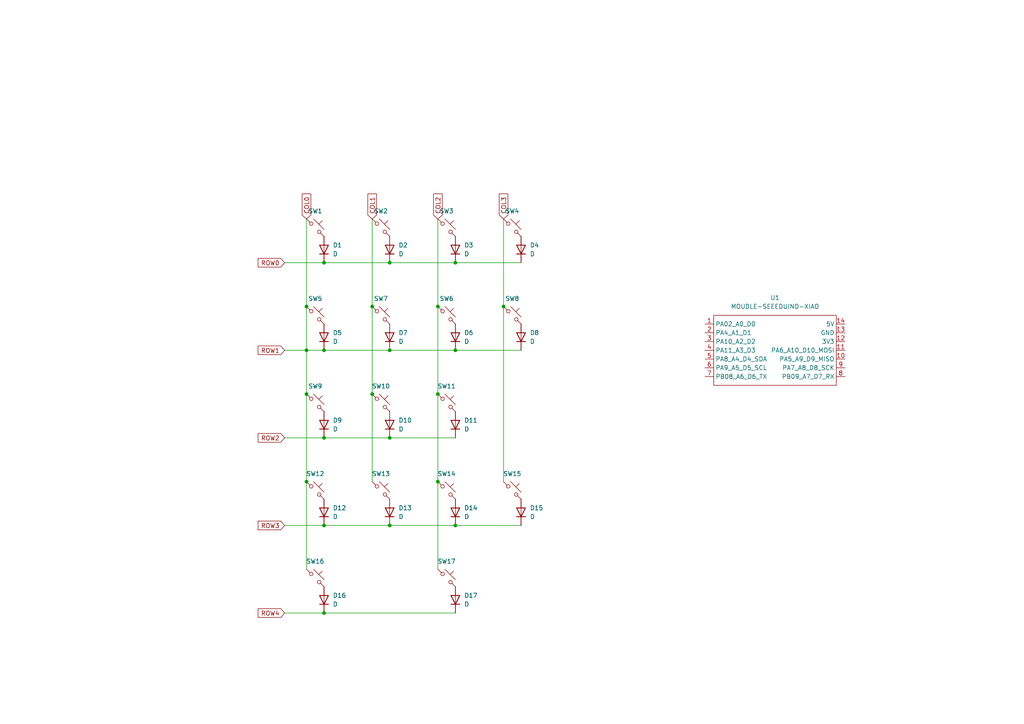
<source format=kicad_sch>
(kicad_sch (version 20231120) (generator "eeschema") (generator_version "8.0")
  (paper "A4")
  (lib_symbols
    (symbol "Device:D" (pin_numbers hide) (pin_names (offset 1.016) hide)
      (property "Reference" "D" (at 0 2.54 0))
      (property "Value" "D" (at 0 -2.54 0))
      (symbol "D_0_1"
        (polyline (pts (xy -1.27 1.27) (xy -1.27 -1.27)) (stroke (width 0.254)))
        (polyline (pts (xy 1.27 0) (xy -1.27 0)))
        (polyline (pts (xy 1.27 1.27) (xy 1.27 -1.27) (xy -1.27 0) (xy 1.27 1.27)) (stroke (width 0.254)))
      )
      (symbol "D_1_1"
        (pin passive line (at -3.81 0 0) (length 2.54) (name "K") (number "1"))
        (pin passive line (at 3.81 0 180) (length 2.54) (name "A") (number "2"))
      )
    )
    (symbol "MOUDLE-SEEEDUINO-XIAO:MOUDLE-SEEEDUINO-XIAO"
      (property "Reference" "U" (at -16.51 11.43 0))
      (property "Value" "MOUDLE-SEEEDUINO-XIAO" (at -3.81 -11.43 0))
      (symbol "MOUDLE-SEEEDUINO-XIAO_0_1"
        (rectangle (start -16.51 10.16) (end 19.05 -10.16))
      )
      (symbol "MOUDLE-SEEEDUINO-XIAO_1_1"
        (pin passive line (at -19.05 7.62 0) (length 2.54) (name "PA02_A0_D0") (number "1"))
        (pin passive line (at 21.59 -2.54 180) (length 2.54) (name "PA5_A9_D9_MISO") (number "10"))
        (pin passive line (at 21.59 0 180) (length 2.54) (name "PA6_A10_D10_MOSI") (number "11"))
        (pin passive line (at 21.59 2.54 180) (length 2.54) (name "3V3") (number "12"))
        (pin passive line (at 21.59 5.08 180) (length 2.54) (name "GND") (number "13"))
        (pin passive line (at 21.59 7.62 180) (length 2.54) (name "5V") (number "14"))
        (pin passive line (at -19.05 5.08 0) (length 2.54) (name "PA4_A1_D1") (number "2"))
        (pin passive line (at -19.05 2.54 0) (length 2.54) (name "PA10_A2_D2") (number "3"))
        (pin passive line (at -19.05 0 0) (length 2.54) (name "PA11_A3_D3") (number "4"))
        (pin passive line (at -19.05 -2.54 0) (length 2.54) (name "PA8_A4_D4_SDA") (number "5"))
        (pin passive line (at -19.05 -5.08 0) (length 2.54) (name "PA9_A5_D5_SCL") (number "6"))
        (pin passive line (at -19.05 -7.62 0) (length 2.54) (name "PB08_A6_D6_TX") (number "7"))
        (pin passive line (at 21.59 -7.62 180) (length 2.54) (name "PB09_A7_D7_RX") (number "8"))
        (pin passive line (at 21.59 -5.08 180) (length 2.54) (name "PA7_A8_D8_SCK") (number "9"))
      )
    )
    (symbol "Switch:SW_Push_45deg" (pin_numbers hide) (pin_names (offset 1.016) hide)
      (property "Reference" "SW" (at 3.048 1.016 0))
      (property "Value" "SW_Push_45deg" (at 0 -3.81 0))
      (symbol "SW_Push_45deg_0_1"
        (circle (center -1.1684 1.1684) (radius 0.508))
        (polyline (pts (xy -0.508 2.54) (xy 2.54 -0.508)))
        (polyline (pts (xy 1.016 1.016) (xy 2.032 2.032)))
        (polyline (pts (xy -2.54 2.54) (xy -1.524 1.524) (xy -1.524 1.524)))
        (polyline (pts (xy 1.524 -1.524) (xy 2.54 -2.54) (xy 2.54 -2.54) (xy 2.54 -2.54)))
        (circle (center 1.143 -1.1938) (radius 0.508))
        (pin passive line (at -2.54 2.54 0) (length 0) (name "1") (number "1"))
        (pin passive line (at 2.54 -2.54 180) (length 0) (name "2") (number "2"))
      )
    )
  )
  (junction (at 107.95 114.3))
  (junction (at 113.03 152.4))
  (junction (at 146.05 88.9))
  (junction (at 113.03 76.2))
  (junction (at 132.08 76.2))
  (junction (at 107.95 88.9))
  (junction (at 132.08 152.4))
  (junction (at 88.9 101.6))
  (junction (at 88.9 139.7))
  (junction (at 113.03 101.6))
  (junction (at 93.98 152.4))
  (junction (at 93.98 127))
  (junction (at 88.9 88.9))
  (junction (at 93.98 76.2))
  (junction (at 127 139.7))
  (junction (at 93.98 101.6))
  (junction (at 93.98 177.8))
  (junction (at 132.08 101.6))
  (junction (at 127 88.9))
  (junction (at 127 114.3))
  (junction (at 113.03 127))
  (junction (at 88.9 114.3))
  (wire (pts (xy 88.9 114.3) (xy 88.9 139.7)))
  (wire (pts (xy 107.95 88.9) (xy 107.95 114.3)))
  (wire (pts (xy 93.98 152.4) (xy 113.03 152.4)))
  (wire (pts (xy 107.95 114.3) (xy 107.95 139.7)))
  (wire (pts (xy 127 88.9) (xy 127 114.3)))
  (wire (pts (xy 82.55 127) (xy 93.98 127)))
  (wire (pts (xy 113.03 152.4) (xy 132.08 152.4)))
  (wire (pts (xy 82.55 101.6) (xy 88.9 101.6)))
  (wire (pts (xy 88.9 101.6) (xy 93.98 101.6)))
  (wire (pts (xy 82.55 177.8) (xy 93.98 177.8)))
  (wire (pts (xy 93.98 76.2) (xy 113.03 76.2)))
  (wire (pts (xy 113.03 101.6) (xy 132.08 101.6)))
  (wire (pts (xy 132.08 152.4) (xy 151.13 152.4)))
  (wire (pts (xy 82.55 76.2) (xy 93.98 76.2)))
  (wire (pts (xy 82.55 152.4) (xy 93.98 152.4)))
  (wire (pts (xy 107.95 63.5) (xy 107.95 88.9)))
  (wire (pts (xy 113.03 76.2) (xy 132.08 76.2)))
  (wire (pts (xy 146.05 63.5) (xy 146.05 88.9)))
  (wire (pts (xy 132.08 76.2) (xy 151.13 76.2)))
  (wire (pts (xy 132.08 101.6) (xy 151.13 101.6)))
  (wire (pts (xy 93.98 101.6) (xy 113.03 101.6)))
  (wire (pts (xy 127 63.5) (xy 127 88.9)))
  (wire (pts (xy 93.98 177.8) (xy 132.08 177.8)))
  (wire (pts (xy 93.98 127) (xy 113.03 127)))
  (wire (pts (xy 88.9 63.5) (xy 88.9 88.9)))
  (wire (pts (xy 113.03 127) (xy 132.08 127)))
  (wire (pts (xy 88.9 88.9) (xy 88.9 101.6)))
  (wire (pts (xy 88.9 139.7) (xy 88.9 165.1)))
  (wire (pts (xy 88.9 101.6) (xy 88.9 114.3)))
  (wire (pts (xy 127 114.3) (xy 127 139.7)))
  (wire (pts (xy 127 139.7) (xy 127 165.1)))
  (wire (pts (xy 146.05 88.9) (xy 146.05 139.7)))
  (global_label "COL3" (shape input) (at 146.05 63.5 90) (property "Intersheetrefs" "${INTERSHEET_REFS}" (effects (hide yes))))
  (global_label "COL0" (shape input) (at 88.9 63.5 90) (property "Intersheetrefs" "${INTERSHEET_REFS}" (effects (hide yes))))
  (global_label "ROW3" (shape input) (at 82.55 152.4 180) (property "Intersheetrefs" "${INTERSHEET_REFS}" (effects (hide yes))))
  (global_label "ROW1" (shape input) (at 82.55 101.6 180) (property "Intersheetrefs" "${INTERSHEET_REFS}" (effects (hide yes))))
  (global_label "ROW2" (shape input) (at 82.55 127 180) (property "Intersheetrefs" "${INTERSHEET_REFS}" (effects (hide yes))))
  (global_label "ROW0" (shape input) (at 82.55 76.2 180) (property "Intersheetrefs" "${INTERSHEET_REFS}" (effects (hide yes))))
  (global_label "COL1" (shape input) (at 107.95 63.5 90) (property "Intersheetrefs" "${INTERSHEET_REFS}" (effects (hide yes))))
  (global_label "ROW4" (shape input) (at 82.55 177.8 180) (property "Intersheetrefs" "${INTERSHEET_REFS}" (effects (hide yes))))
  (global_label "COL2" (shape input) (at 127 63.5 90) (property "Intersheetrefs" "${INTERSHEET_REFS}" (effects (hide yes))))
  (symbol (lib_id "Switch:SW_Push_45deg") (at 129.54 167.64 0) (unit 1)
    (property "Reference" "SW17" (at 129.54 162.814 0))
    (property "Value" "SW_Push_45deg" (effects (hide yes)))
    (property "Footprint" "MX_Solderable:MX-Solderable-1U" (effects (hide yes)))
    (property "Description" "Push button switch, normally open, two pins, 45° tilted" (effects (hide yes)))
  )
  (symbol (lib_id "Device:D") (at 151.13 72.39 90) (unit 1)
    (property "Reference" "D4" (at 153.67 71.1199 90) (effects (justify right)))
    (property "Value" "D" (at 153.67 73.6599 90) (effects (justify right)))
    (property "Footprint" "random-keyboard-parts:D_SOD-123-Pretty" (effects (hide yes)))
    (property "Description" "Diode" (effects (hide yes)))
    (property "Sim.Device" "D" (effects (hide yes)))
    (property "Sim.Pins" "1=K 2=A" (effects (hide yes)))
  )
  (symbol (lib_id "Switch:SW_Push_45deg") (at 91.44 142.24 0) (unit 1)
    (property "Reference" "SW12" (at 91.44 137.414 0))
    (property "Value" "SW_Push_45deg" (effects (hide yes)))
    (property "Footprint" "MX_Solderable:MX-Solderable-1U" (effects (hide yes)))
    (property "Description" "Push button switch, normally open, two pins, 45° tilted" (effects (hide yes)))
  )
  (symbol (lib_id "Switch:SW_Push_45deg") (at 110.49 66.04 0) (unit 1)
    (property "Reference" "SW2" (at 110.49 61.214 0))
    (property "Value" "SW_Push_45deg" (effects (hide yes)))
    (property "Footprint" "MX_Solderable:MX-Solderable-1U" (effects (hide yes)))
    (property "Description" "Push button switch, normally open, two pins, 45° tilted" (effects (hide yes)))
  )
  (symbol (lib_id "Device:D") (at 93.98 123.19 90) (unit 1)
    (property "Reference" "D9" (at 96.52 121.9199 90) (effects (justify right)))
    (property "Value" "D" (at 96.52 124.4599 90) (effects (justify right)))
    (property "Footprint" "random-keyboard-parts:D_SOD-123-Pretty" (effects (hide yes)))
    (property "Description" "Diode" (effects (hide yes)))
    (property "Sim.Device" "D" (effects (hide yes)))
    (property "Sim.Pins" "1=K 2=A" (effects (hide yes)))
  )
  (symbol (lib_id "Device:D") (at 93.98 72.39 90) (unit 1)
    (property "Reference" "D1" (at 96.52 71.1199 90) (effects (justify right)))
    (property "Value" "D" (at 96.52 73.6599 90) (effects (justify right)))
    (property "Footprint" "random-keyboard-parts:D_SOD-123-Pretty" (effects (hide yes)))
    (property "Description" "Diode" (effects (hide yes)))
    (property "Sim.Device" "D" (effects (hide yes)))
    (property "Sim.Pins" "1=K 2=A" (effects (hide yes)))
  )
  (symbol (lib_id "Device:D") (at 132.08 173.99 90) (unit 1)
    (property "Reference" "D17" (at 134.62 172.7199 90) (effects (justify right)))
    (property "Value" "D" (at 134.62 175.2599 90) (effects (justify right)))
    (property "Footprint" "random-keyboard-parts:D_SOD-123-Pretty" (effects (hide yes)))
    (property "Description" "Diode" (effects (hide yes)))
    (property "Sim.Device" "D" (effects (hide yes)))
    (property "Sim.Pins" "1=K 2=A" (effects (hide yes)))
  )
  (symbol (lib_id "Device:D") (at 113.03 148.59 90) (unit 1)
    (property "Reference" "D13" (at 115.57 147.3199 90) (effects (justify right)))
    (property "Value" "D" (at 115.57 149.8599 90) (effects (justify right)))
    (property "Footprint" "random-keyboard-parts:D_SOD-123-Pretty" (effects (hide yes)))
    (property "Description" "Diode" (effects (hide yes)))
    (property "Sim.Device" "D" (effects (hide yes)))
    (property "Sim.Pins" "1=K 2=A" (effects (hide yes)))
  )
  (symbol (lib_id "Switch:SW_Push_45deg") (at 110.49 142.24 0) (unit 1)
    (property "Reference" "SW13" (at 110.49 137.414 0))
    (property "Value" "SW_Push_45deg" (effects (hide yes)))
    (property "Footprint" "MX_Solderable:MX-Solderable-1U" (effects (hide yes)))
    (property "Description" "Push button switch, normally open, two pins, 45° tilted" (effects (hide yes)))
  )
  (symbol (lib_id "Switch:SW_Push_45deg") (at 129.54 66.04 0) (unit 1)
    (property "Reference" "SW3" (at 129.54 61.214 0))
    (property "Value" "SW_Push_45deg" (effects (hide yes)))
    (property "Footprint" "MX_Solderable:MX-Solderable-1U" (effects (hide yes)))
    (property "Description" "Push button switch, normally open, two pins, 45° tilted" (effects (hide yes)))
  )
  (symbol (lib_id "Switch:SW_Push_45deg") (at 91.44 91.44 0) (unit 1)
    (property "Reference" "SW5" (at 91.44 86.614 0))
    (property "Value" "SW_Push_45deg" (effects (hide yes)))
    (property "Footprint" "MX_Solderable:MX-Solderable-1U" (effects (hide yes)))
    (property "Description" "Push button switch, normally open, two pins, 45° tilted" (effects (hide yes)))
  )
  (symbol (lib_id "Switch:SW_Push_45deg") (at 148.59 91.44 0) (unit 1)
    (property "Reference" "SW8" (at 148.59 86.614 0))
    (property "Value" "SW_Push_45deg" (effects (hide yes)))
    (property "Footprint" "MX_Solderable:MX-Solderable-2U-Vertical" (effects (hide yes)))
    (property "Description" "Push button switch, normally open, two pins, 45° tilted" (effects (hide yes)))
  )
  (symbol (lib_id "Device:D") (at 132.08 148.59 90) (unit 1)
    (property "Reference" "D14" (at 134.62 147.3199 90) (effects (justify right)))
    (property "Value" "D" (at 134.62 149.8599 90) (effects (justify right)))
    (property "Footprint" "random-keyboard-parts:D_SOD-123-Pretty" (effects (hide yes)))
    (property "Description" "Diode" (effects (hide yes)))
    (property "Sim.Device" "D" (effects (hide yes)))
    (property "Sim.Pins" "1=K 2=A" (effects (hide yes)))
  )
  (symbol (lib_id "Device:D") (at 93.98 97.79 90) (unit 1)
    (property "Reference" "D5" (at 96.52 96.5199 90) (effects (justify right)))
    (property "Value" "D" (at 96.52 99.0599 90) (effects (justify right)))
    (property "Footprint" "random-keyboard-parts:D_SOD-123-Pretty" (effects (hide yes)))
    (property "Description" "Diode" (effects (hide yes)))
    (property "Sim.Device" "D" (effects (hide yes)))
    (property "Sim.Pins" "1=K 2=A" (effects (hide yes)))
  )
  (symbol (lib_id "Switch:SW_Push_45deg") (at 148.59 66.04 0) (unit 1)
    (property "Reference" "SW4" (at 148.59 61.214 0))
    (property "Value" "SW_Push_45deg" (effects (hide yes)))
    (property "Footprint" "MX_Solderable:MX-Solderable-1U" (effects (hide yes)))
    (property "Description" "Push button switch, normally open, two pins, 45° tilted" (effects (hide yes)))
  )
  (symbol (lib_id "Device:D") (at 132.08 123.19 90) (unit 1)
    (property "Reference" "D11" (at 134.62 121.9199 90) (effects (justify right)))
    (property "Value" "D" (at 134.62 124.4599 90) (effects (justify right)))
    (property "Footprint" "random-keyboard-parts:D_SOD-123-Pretty" (effects (hide yes)))
    (property "Description" "Diode" (effects (hide yes)))
    (property "Sim.Device" "D" (effects (hide yes)))
    (property "Sim.Pins" "1=K 2=A" (effects (hide yes)))
  )
  (symbol (lib_id "Switch:SW_Push_45deg") (at 129.54 142.24 0) (unit 1)
    (property "Reference" "SW14" (at 129.54 137.414 0))
    (property "Value" "SW_Push_45deg" (effects (hide yes)))
    (property "Footprint" "MX_Solderable:MX-Solderable-1U" (effects (hide yes)))
    (property "Description" "Push button switch, normally open, two pins, 45° tilted" (effects (hide yes)))
  )
  (symbol (lib_id "Switch:SW_Push_45deg") (at 91.44 116.84 0) (unit 1)
    (property "Reference" "SW9" (at 91.44 112.014 0))
    (property "Value" "SW_Push_45deg" (effects (hide yes)))
    (property "Footprint" "MX_Solderable:MX-Solderable-1U" (effects (hide yes)))
    (property "Description" "Push button switch, normally open, two pins, 45° tilted" (effects (hide yes)))
  )
  (symbol (lib_id "Device:D") (at 113.03 72.39 90) (unit 1)
    (property "Reference" "D2" (at 115.57 71.1199 90) (effects (justify right)))
    (property "Value" "D" (at 115.57 73.6599 90) (effects (justify right)))
    (property "Footprint" "random-keyboard-parts:D_SOD-123-Pretty" (effects (hide yes)))
    (property "Description" "Diode" (effects (hide yes)))
    (property "Sim.Device" "D" (effects (hide yes)))
    (property "Sim.Pins" "1=K 2=A" (effects (hide yes)))
  )
  (symbol (lib_id "Switch:SW_Push_45deg") (at 148.59 142.24 0) (unit 1)
    (property "Reference" "SW15" (at 148.59 137.414 0))
    (property "Value" "SW_Push_45deg" (effects (hide yes)))
    (property "Footprint" "MX_Solderable:MX-Solderable-2U-Vertical" (effects (hide yes)))
    (property "Description" "Push button switch, normally open, two pins, 45° tilted" (effects (hide yes)))
  )
  (symbol (lib_id "Switch:SW_Push_45deg") (at 129.54 116.84 0) (unit 1)
    (property "Reference" "SW11" (at 129.54 112.014 0))
    (property "Value" "SW_Push_45deg" (effects (hide yes)))
    (property "Footprint" "MX_Solderable:MX-Solderable-1U" (effects (hide yes)))
    (property "Description" "Push button switch, normally open, two pins, 45° tilted" (effects (hide yes)))
  )
  (symbol (lib_id "Device:D") (at 93.98 173.99 90) (unit 1)
    (property "Reference" "D16" (at 96.52 172.7199 90) (effects (justify right)))
    (property "Value" "D" (at 96.52 175.2599 90) (effects (justify right)))
    (property "Footprint" "random-keyboard-parts:D_SOD-123-Pretty" (effects (hide yes)))
    (property "Description" "Diode" (effects (hide yes)))
    (property "Sim.Device" "D" (effects (hide yes)))
    (property "Sim.Pins" "1=K 2=A" (effects (hide yes)))
  )
  (symbol (lib_id "Switch:SW_Push_45deg") (at 91.44 167.64 0) (unit 1)
    (property "Reference" "SW16" (at 91.44 162.814 0))
    (property "Value" "SW_Push_45deg" (effects (hide yes)))
    (property "Footprint" "MX_Solderable:MX-Solderable-2U" (effects (hide yes)))
    (property "Description" "Push button switch, normally open, two pins, 45° tilted" (effects (hide yes)))
  )
  (symbol (lib_id "Switch:SW_Push_45deg") (at 110.49 116.84 0) (unit 1)
    (property "Reference" "SW10" (at 110.49 112.014 0))
    (property "Value" "SW_Push_45deg" (effects (hide yes)))
    (property "Footprint" "MX_Solderable:MX-Solderable-1U" (effects (hide yes)))
    (property "Description" "Push button switch, normally open, two pins, 45° tilted" (effects (hide yes)))
  )
  (symbol (lib_id "Device:D") (at 113.03 123.19 90) (unit 1)
    (property "Reference" "D10" (at 115.57 121.9199 90) (effects (justify right)))
    (property "Value" "D" (at 115.57 124.4599 90) (effects (justify right)))
    (property "Footprint" "random-keyboard-parts:D_SOD-123-Pretty" (effects (hide yes)))
    (property "Description" "Diode" (effects (hide yes)))
    (property "Sim.Device" "D" (effects (hide yes)))
    (property "Sim.Pins" "1=K 2=A" (effects (hide yes)))
  )
  (symbol (lib_id "Switch:SW_Push_45deg") (at 110.49 91.44 0) (unit 1)
    (property "Reference" "SW7" (at 110.49 86.614 0))
    (property "Value" "SW_Push_45deg" (effects (hide yes)))
    (property "Footprint" "MX_Solderable:MX-Solderable-1U" (effects (hide yes)))
    (property "Description" "Push button switch, normally open, two pins, 45° tilted" (effects (hide yes)))
  )
  (symbol (lib_id "Device:D") (at 93.98 148.59 90) (unit 1)
    (property "Reference" "D12" (at 96.52 147.3199 90) (effects (justify right)))
    (property "Value" "D" (at 96.52 149.8599 90) (effects (justify right)))
    (property "Footprint" "random-keyboard-parts:D_SOD-123-Pretty" (effects (hide yes)))
    (property "Description" "Diode" (effects (hide yes)))
    (property "Sim.Device" "D" (effects (hide yes)))
    (property "Sim.Pins" "1=K 2=A" (effects (hide yes)))
  )
  (symbol (lib_id "MOUDLE-SEEEDUINO-XIAO:MOUDLE-SEEEDUINO-XIAO") (at 223.52 101.6 0) (unit 1)
    (property "Reference" "U1" (at 224.79 86.36 0))
    (property "Value" "MOUDLE-SEEEDUINO-XIAO" (at 224.79 88.9 0))
    (property "Footprint" "Seeed Studio XIAO Series Library:XIAO-Generic-Thruhole-14P-2.54-21X17.8MM" (effects (hide yes)))
  )
  (symbol (lib_id "Switch:SW_Push_45deg") (at 129.54 91.44 0) (unit 1)
    (property "Reference" "SW6" (at 129.54 86.614 0))
    (property "Value" "SW_Push_45deg" (effects (hide yes)))
    (property "Footprint" "MX_Solderable:MX-Solderable-1U" (effects (hide yes)))
    (property "Description" "Push button switch, normally open, two pins, 45° tilted" (effects (hide yes)))
  )
  (symbol (lib_id "Device:D") (at 132.08 97.79 90) (unit 1)
    (property "Reference" "D6" (at 134.62 96.5199 90) (effects (justify right)))
    (property "Value" "D" (at 134.62 99.0599 90) (effects (justify right)))
    (property "Footprint" "random-keyboard-parts:D_SOD-123-Pretty" (effects (hide yes)))
    (property "Description" "Diode" (effects (hide yes)))
    (property "Sim.Device" "D" (effects (hide yes)))
    (property "Sim.Pins" "1=K 2=A" (effects (hide yes)))
  )
  (symbol (lib_id "Device:D") (at 113.03 97.79 90) (unit 1)
    (property "Reference" "D7" (at 115.57 96.5199 90) (effects (justify right)))
    (property "Value" "D" (at 115.57 99.0599 90) (effects (justify right)))
    (property "Footprint" "random-keyboard-parts:D_SOD-123-Pretty" (effects (hide yes)))
    (property "Description" "Diode" (effects (hide yes)))
    (property "Sim.Device" "D" (effects (hide yes)))
    (property "Sim.Pins" "1=K 2=A" (effects (hide yes)))
  )
  (symbol (lib_id "Device:D") (at 132.08 72.39 90) (unit 1)
    (property "Reference" "D3" (at 134.62 71.1199 90) (effects (justify right)))
    (property "Value" "D" (at 134.62 73.6599 90) (effects (justify right)))
    (property "Footprint" "random-keyboard-parts:D_SOD-123-Pretty" (effects (hide yes)))
    (property "Description" "Diode" (effects (hide yes)))
    (property "Sim.Device" "D" (effects (hide yes)))
    (property "Sim.Pins" "1=K 2=A" (effects (hide yes)))
  )
  (symbol (lib_id "Device:D") (at 151.13 148.59 90) (unit 1)
    (property "Reference" "D15" (at 153.67 147.3199 90) (effects (justify right)))
    (property "Value" "D" (at 153.67 149.8599 90) (effects (justify right)))
    (property "Footprint" "random-keyboard-parts:D_SOD-123-Pretty" (effects (hide yes)))
    (property "Description" "Diode" (effects (hide yes)))
    (property "Sim.Device" "D" (effects (hide yes)))
    (property "Sim.Pins" "1=K 2=A" (effects (hide yes)))
  )
  (symbol (lib_id "Device:D") (at 151.13 97.79 90) (unit 1)
    (property "Reference" "D8" (at 153.67 96.5199 90) (effects (justify right)))
    (property "Value" "D" (at 153.67 99.0599 90) (effects (justify right)))
    (property "Footprint" "random-keyboard-parts:D_SOD-123-Pretty" (effects (hide yes)))
    (property "Description" "Diode" (effects (hide yes)))
    (property "Sim.Device" "D" (effects (hide yes)))
    (property "Sim.Pins" "1=K 2=A" (effects (hide yes)))
  )
  (symbol (lib_id "Switch:SW_Push_45deg") (at 91.44 66.04 0) (unit 1)
    (property "Reference" "SW1" (at 91.44 61.214 0))
    (property "Value" "SW_Push_45deg" (effects (hide yes)))
    (property "Footprint" "MX_Solderable:MX-Solderable-1U" (effects (hide yes)))
    (property "Description" "Push button switch, normally open, two pins, 45° tilted" (effects (hide yes)))
  )
)
</source>
